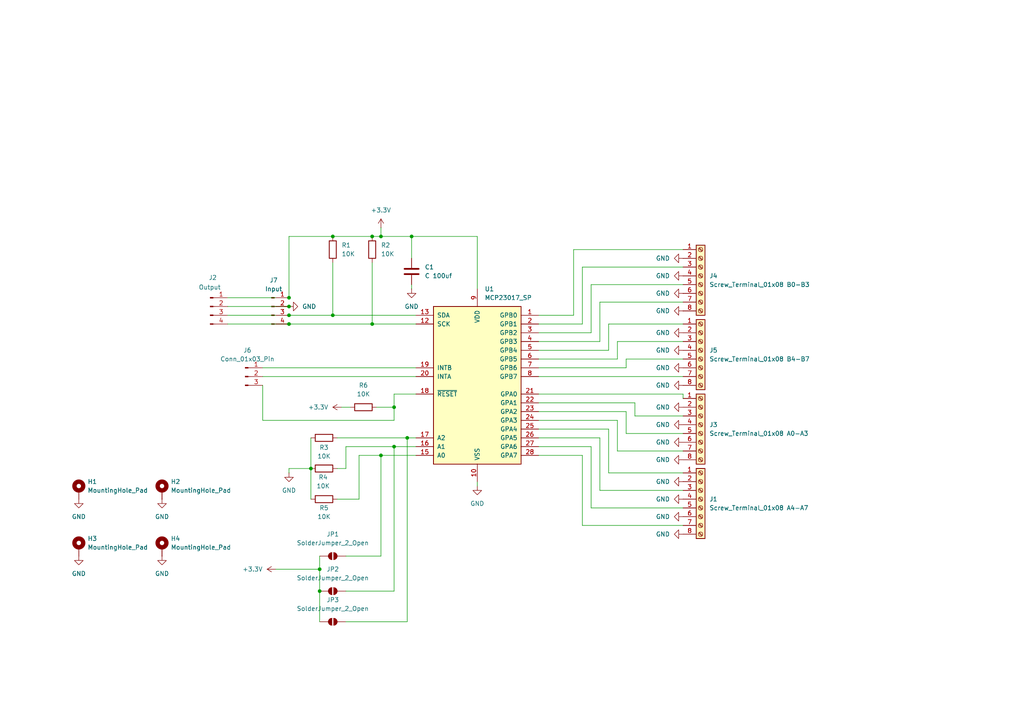
<source format=kicad_sch>
(kicad_sch (version 20250114) (generator "eeschema") (generator_version "9.0")
  (paper "A4")
  (title_block (title "MCP23017 Manual solder board") (date "2025-12-11") (rev "V2") (company "Teknikens Hus") (comment 1 "By Gustav Mårdestam"))
  (lib_symbols
    (symbol "Connector:Conn_01x03_Pin" (pin_names (offset 1.016) (hide yes))
      (property "Reference" "J" (at 0 5.08 0))
      (property "Value" "Conn_01x03_Pin" (at 0 -5.08 0))
      (symbol "Conn_01x03_Pin_1_1"
        (rectangle (start 0.8636 2.667) (end 0 2.413) (stroke (width 0.1524)) (fill (type outline)))
        (rectangle (start 0.8636 0.127) (end 0 -0.127) (stroke (width 0.1524)) (fill (type outline)))
        (rectangle (start 0.8636 -2.413) (end 0 -2.667) (stroke (width 0.1524)) (fill (type outline)))
        (polyline (pts (xy 1.27 2.54) (xy 0.8636 2.54)) (stroke (width 0.1524)))
        (polyline (pts (xy 1.27 0) (xy 0.8636 0)) (stroke (width 0.1524)))
        (polyline (pts (xy 1.27 -2.54) (xy 0.8636 -2.54)) (stroke (width 0.1524)))
        (pin passive line (at 5.08 2.54 180) (length 3.81) (name "Pin_1") (number "1"))
        (pin passive line (at 5.08 0 180) (length 3.81) (name "Pin_2") (number "2"))
        (pin passive line (at 5.08 -2.54 180) (length 3.81) (name "Pin_3") (number "3"))
      )
    )
    (symbol "Connector:Conn_01x04_Pin" (pin_names (offset 1.016) (hide yes))
      (property "Reference" "J" (at 0 5.08 0))
      (property "Value" "Conn_01x04_Pin" (at 0 -7.62 0))
      (symbol "Conn_01x04_Pin_1_1"
        (rectangle (start 0.8636 2.667) (end 0 2.413) (stroke (width 0.1524)) (fill (type outline)))
        (rectangle (start 0.8636 0.127) (end 0 -0.127) (stroke (width 0.1524)) (fill (type outline)))
        (rectangle (start 0.8636 -2.413) (end 0 -2.667) (stroke (width 0.1524)) (fill (type outline)))
        (rectangle (start 0.8636 -4.953) (end 0 -5.207) (stroke (width 0.1524)) (fill (type outline)))
        (polyline (pts (xy 1.27 2.54) (xy 0.8636 2.54)) (stroke (width 0.1524)))
        (polyline (pts (xy 1.27 0) (xy 0.8636 0)) (stroke (width 0.1524)))
        (polyline (pts (xy 1.27 -2.54) (xy 0.8636 -2.54)) (stroke (width 0.1524)))
        (polyline (pts (xy 1.27 -5.08) (xy 0.8636 -5.08)) (stroke (width 0.1524)))
        (pin passive line (at 5.08 2.54 180) (length 3.81) (name "Pin_1") (number "1"))
        (pin passive line (at 5.08 0 180) (length 3.81) (name "Pin_2") (number "2"))
        (pin passive line (at 5.08 -2.54 180) (length 3.81) (name "Pin_3") (number "3"))
        (pin passive line (at 5.08 -5.08 180) (length 3.81) (name "Pin_4") (number "4"))
      )
    )
    (symbol "Connector:Screw_Terminal_01x08" (pin_names (offset 1.016) (hide yes))
      (property "Reference" "J" (at 0 10.16 0))
      (property "Value" "Screw_Terminal_01x08" (at 0 -12.7 0))
      (symbol "Screw_Terminal_01x08_1_1"
        (rectangle (start -1.27 8.89) (end 1.27 -11.43) (stroke (width 0.254)) (fill (type background)))
        (polyline (pts (xy -0.5334 7.9502) (xy 0.3302 7.112)) (stroke (width 0.1524)))
        (polyline (pts (xy -0.5334 5.4102) (xy 0.3302 4.572)) (stroke (width 0.1524)))
        (polyline (pts (xy -0.5334 2.8702) (xy 0.3302 2.032)) (stroke (width 0.1524)))
        (polyline (pts (xy -0.5334 0.3302) (xy 0.3302 -0.508)) (stroke (width 0.1524)))
        (polyline (pts (xy -0.5334 -2.2098) (xy 0.3302 -3.048)) (stroke (width 0.1524)))
        (polyline (pts (xy -0.5334 -4.7498) (xy 0.3302 -5.588)) (stroke (width 0.1524)))
        (polyline (pts (xy -0.5334 -7.2898) (xy 0.3302 -8.128)) (stroke (width 0.1524)))
        (polyline (pts (xy -0.5334 -9.8298) (xy 0.3302 -10.668)) (stroke (width 0.1524)))
        (polyline (pts (xy -0.3556 8.128) (xy 0.508 7.2898)) (stroke (width 0.1524)))
        (polyline (pts (xy -0.3556 5.588) (xy 0.508 4.7498)) (stroke (width 0.1524)))
        (polyline (pts (xy -0.3556 3.048) (xy 0.508 2.2098)) (stroke (width 0.1524)))
        (polyline (pts (xy -0.3556 0.508) (xy 0.508 -0.3302)) (stroke (width 0.1524)))
        (polyline (pts (xy -0.3556 -2.032) (xy 0.508 -2.8702)) (stroke (width 0.1524)))
        (polyline (pts (xy -0.3556 -4.572) (xy 0.508 -5.4102)) (stroke (width 0.1524)))
        (polyline (pts (xy -0.3556 -7.112) (xy 0.508 -7.9502)) (stroke (width 0.1524)))
        (polyline (pts (xy -0.3556 -9.652) (xy 0.508 -10.4902)) (stroke (width 0.1524)))
        (circle (center 0 7.62) (radius 0.635) (stroke (width 0.1524)))
        (circle (center 0 5.08) (radius 0.635) (stroke (width 0.1524)))
        (circle (center 0 2.54) (radius 0.635) (stroke (width 0.1524)))
        (circle (center 0 0) (radius 0.635) (stroke (width 0.1524)))
        (circle (center 0 -2.54) (radius 0.635) (stroke (width 0.1524)))
        (circle (center 0 -5.08) (radius 0.635) (stroke (width 0.1524)))
        (circle (center 0 -7.62) (radius 0.635) (stroke (width 0.1524)))
        (circle (center 0 -10.16) (radius 0.635) (stroke (width 0.1524)))
        (pin passive line (at -5.08 7.62 0) (length 3.81) (name "Pin_1") (number "1"))
        (pin passive line (at -5.08 5.08 0) (length 3.81) (name "Pin_2") (number "2"))
        (pin passive line (at -5.08 2.54 0) (length 3.81) (name "Pin_3") (number "3"))
        (pin passive line (at -5.08 0 0) (length 3.81) (name "Pin_4") (number "4"))
        (pin passive line (at -5.08 -2.54 0) (length 3.81) (name "Pin_5") (number "5"))
        (pin passive line (at -5.08 -5.08 0) (length 3.81) (name "Pin_6") (number "6"))
        (pin passive line (at -5.08 -7.62 0) (length 3.81) (name "Pin_7") (number "7"))
        (pin passive line (at -5.08 -10.16 0) (length 3.81) (name "Pin_8") (number "8"))
      )
    )
    (symbol "Device:C" (pin_numbers (hide yes)) (pin_names (offset 0.254))
      (property "Reference" "C" (at 0.635 2.54 0))
      (property "Value" "C" (at 0.635 -2.54 0))
      (symbol "C_0_1"
        (polyline (pts (xy -2.032 0.762) (xy 2.032 0.762)) (stroke (width 0.508)))
        (polyline (pts (xy -2.032 -0.762) (xy 2.032 -0.762)) (stroke (width 0.508)))
      )
      (symbol "C_1_1"
        (pin passive line (at 0 3.81 270) (length 2.794) (name "~") (number "1"))
        (pin passive line (at 0 -3.81 90) (length 2.794) (name "~") (number "2"))
      )
    )
    (symbol "Device:R" (pin_numbers (hide yes)) (pin_names (offset 0))
      (property "Reference" "R" (at 2.032 0 90))
      (property "Value" "R" (at 0 0 90))
      (symbol "R_0_1"
        (rectangle (start -1.016 -2.54) (end 1.016 2.54) (stroke (width 0.254)))
      )
      (symbol "R_1_1"
        (pin passive line (at 0 3.81 270) (length 1.27) (name "~") (number "1"))
        (pin passive line (at 0 -3.81 90) (length 1.27) (name "~") (number "2"))
      )
    )
    (symbol "Interface_Expansion:MCP23017_SP" (pin_names (offset 1.016))
      (property "Reference" "U" (at -11.43 24.13 0))
      (property "Value" "MCP23017_SP" (at 0 0 0))
      (symbol "MCP23017_SP_0_1"
        (rectangle (start -12.7 22.86) (end 12.7 -22.86) (stroke (width 0.254)) (fill (type background)))
      )
      (symbol "MCP23017_SP_1_1"
        (pin bidirectional line (at -17.78 20.32 0) (length 5.08) (name "SDA") (number "13"))
        (pin input line (at -17.78 17.78 0) (length 5.08) (name "SCK") (number "12"))
        (pin tri_state line (at -17.78 5.08 0) (length 5.08) (name "INTB") (number "19"))
        (pin tri_state line (at -17.78 2.54 0) (length 5.08) (name "INTA") (number "20"))
        (pin input line (at -17.78 -2.54 0) (length 5.08) (name "~{RESET}") (number "18"))
        (pin input line (at -17.78 -15.24 0) (length 5.08) (name "A2") (number "17"))
        (pin input line (at -17.78 -17.78 0) (length 5.08) (name "A1") (number "16"))
        (pin input line (at -17.78 -20.32 0) (length 5.08) (name "A0") (number "15"))
        (pin no_connect line (at -12.7 15.24 0) (length 5.08) (hide yes) (name "NC") (number "11"))
        (pin no_connect line (at -12.7 12.7 0) (length 5.08) (hide yes) (name "NC") (number "14"))
        (pin power_in line (at 0 27.94 270) (length 5.08) (name "VDD") (number "9"))
        (pin power_in line (at 0 -27.94 90) (length 5.08) (name "VSS") (number "10"))
        (pin bidirectional line (at 17.78 20.32 180) (length 5.08) (name "GPB0") (number "1"))
        (pin bidirectional line (at 17.78 17.78 180) (length 5.08) (name "GPB1") (number "2"))
        (pin bidirectional line (at 17.78 15.24 180) (length 5.08) (name "GPB2") (number "3"))
        (pin bidirectional line (at 17.78 12.7 180) (length 5.08) (name "GPB3") (number "4"))
        (pin bidirectional line (at 17.78 10.16 180) (length 5.08) (name "GPB4") (number "5"))
        (pin bidirectional line (at 17.78 7.62 180) (length 5.08) (name "GPB5") (number "6"))
        (pin bidirectional line (at 17.78 5.08 180) (length 5.08) (name "GPB6") (number "7"))
        (pin output line (at 17.78 2.54 180) (length 5.08) (name "GPB7") (number "8"))
        (pin bidirectional line (at 17.78 -2.54 180) (length 5.08) (name "GPA0") (number "21"))
        (pin bidirectional line (at 17.78 -5.08 180) (length 5.08) (name "GPA1") (number "22"))
        (pin bidirectional line (at 17.78 -7.62 180) (length 5.08) (name "GPA2") (number "23"))
        (pin bidirectional line (at 17.78 -10.16 180) (length 5.08) (name "GPA3") (number "24"))
        (pin bidirectional line (at 17.78 -12.7 180) (length 5.08) (name "GPA4") (number "25"))
        (pin bidirectional line (at 17.78 -15.24 180) (length 5.08) (name "GPA5") (number "26"))
        (pin bidirectional line (at 17.78 -17.78 180) (length 5.08) (name "GPA6") (number "27"))
        (pin output line (at 17.78 -20.32 180) (length 5.08) (name "GPA7") (number "28"))
      )
    )
    (symbol "Jumper:SolderJumper_2_Open" (pin_numbers (hide yes)) (pin_names (offset 0) (hide yes)) (in_bom no)
      (property "Reference" "JP" (at 0 2.032 0))
      (property "Value" "SolderJumper_2_Open" (at 0 -2.54 0))
      (symbol "SolderJumper_2_Open_0_1"
        (polyline (pts (xy -0.254 1.016) (xy -0.254 -1.016)))
        (arc (start -0.254 -1.016) (mid -1.2656 0) (end -0.254 1.016))
        (arc (start -0.254 -1.016) (mid -1.2656 0) (end -0.254 1.016) (fill (type outline)))
        (arc (start 0.254 1.016) (mid 1.2656 0) (end 0.254 -1.016))
        (arc (start 0.254 1.016) (mid 1.2656 0) (end 0.254 -1.016) (fill (type outline)))
        (polyline (pts (xy 0.254 1.016) (xy 0.254 -1.016)))
      )
      (symbol "SolderJumper_2_Open_1_1"
        (pin passive line (at -3.81 0 0) (length 2.54) (name "A") (number "1"))
        (pin passive line (at 3.81 0 180) (length 2.54) (name "B") (number "2"))
      )
    )
    (symbol "Mechanical:MountingHole_Pad" (pin_numbers (hide yes)) (pin_names (offset 1.016) (hide yes)) (in_bom no)
      (property "Reference" "H" (at 0 6.35 0))
      (property "Value" "MountingHole_Pad" (at 0 4.445 0))
      (symbol "MountingHole_Pad_0_1"
        (circle (center 0 1.27) (radius 1.27) (stroke (width 1.27)))
      )
      (symbol "MountingHole_Pad_1_1"
        (pin input line (at 0 -2.54 90) (length 2.54) (name "1") (number "1"))
      )
    )
    (symbol "power:+3.3V" (power) (pin_numbers (hide yes)) (pin_names (offset 0) (hide yes))
      (property "Value" "+3.3V" (at 0 3.556 0))
      (symbol "+3.3V_0_1"
        (polyline (pts (xy -0.762 1.27) (xy 0 2.54)))
        (polyline (pts (xy 0 2.54) (xy 0.762 1.27)))
        (polyline (pts (xy 0 0) (xy 0 2.54)))
      )
      (symbol "+3.3V_1_1"
        (pin power_in line (at 0 0 90) (length 0) (name "~") (number "1"))
      )
    )
    (symbol "power:GND" (power) (pin_numbers (hide yes)) (pin_names (offset 0) (hide yes))
      (property "Value" "GND" (at 0 -3.81 0))
      (symbol "GND_0_1"
        (polyline (pts (xy 0 0) (xy 0 -1.27) (xy 1.27 -1.27) (xy 0 -2.54) (xy -1.27 -1.27) (xy 0 -1.27)))
      )
      (symbol "GND_1_1"
        (pin power_in line (at 0 0 270) (length 0) (name "~") (number "1"))
      )
    )
  )
  (junction (at 83.82 91.44))
  (junction (at 110.49 132.08))
  (junction (at 107.95 93.98))
  (junction (at 92.71 171.45))
  (junction (at 92.71 165.1))
  (junction (at 83.82 88.9))
  (junction (at 83.82 86.36))
  (junction (at 107.95 68.58))
  (junction (at 118.11 127))
  (junction (at 83.82 93.98))
  (junction (at 96.52 91.44))
  (junction (at 90.17 135.89))
  (junction (at 96.52 68.58))
  (junction (at 119.38 68.58))
  (junction (at 110.49 68.58))
  (junction (at 114.3 118.11))
  (junction (at 114.3 129.54))
  (wire (pts (xy 104.14 144.78) (xy 97.79 144.78)))
  (wire (pts (xy 66.04 86.36) (xy 83.82 86.36)))
  (wire (pts (xy 173.99 127) (xy 173.99 142.24)))
  (wire (pts (xy 114.3 118.11) (xy 114.3 114.3)))
  (wire (pts (xy 156.21 127) (xy 173.99 127)))
  (wire (pts (xy 97.79 135.89) (xy 100.33 135.89)))
  (wire (pts (xy 156.21 124.46) (xy 176.53 124.46)))
  (wire (pts (xy 173.99 142.24) (xy 198.12 142.24)))
  (wire (pts (xy 138.43 68.58) (xy 138.43 83.82)))
  (wire (pts (xy 168.91 152.4) (xy 198.12 152.4)))
  (wire (pts (xy 118.11 127) (xy 120.65 127)))
  (wire (pts (xy 114.3 171.45) (xy 114.3 129.54)))
  (wire (pts (xy 179.07 99.06) (xy 198.12 99.06)))
  (wire (pts (xy 173.99 87.63) (xy 198.12 87.63)))
  (wire (pts (xy 110.49 66.04) (xy 110.49 68.58)))
  (wire (pts (xy 104.14 132.08) (xy 110.49 132.08)))
  (wire (pts (xy 156.21 129.54) (xy 171.45 129.54)))
  (wire (pts (xy 76.2 106.68) (xy 120.65 106.68)))
  (wire (pts (xy 120.65 114.3) (xy 114.3 114.3)))
  (wire (pts (xy 181.61 119.38) (xy 181.61 125.73)))
  (wire (pts (xy 198.12 104.14) (xy 181.61 104.14)))
  (wire (pts (xy 90.17 127) (xy 90.17 135.89)))
  (wire (pts (xy 83.82 135.89) (xy 90.17 135.89)))
  (wire (pts (xy 104.14 132.08) (xy 104.14 144.78)))
  (wire (pts (xy 97.79 127) (xy 118.11 127)))
  (wire (pts (xy 179.07 104.14) (xy 179.07 99.06)))
  (wire (pts (xy 184.15 116.84) (xy 184.15 120.65)))
  (wire (pts (xy 92.71 165.1) (xy 92.71 171.45)))
  (wire (pts (xy 107.95 93.98) (xy 120.65 93.98)))
  (wire (pts (xy 76.2 111.76) (xy 76.2 121.92)))
  (wire (pts (xy 171.45 129.54) (xy 171.45 147.32)))
  (wire (pts (xy 107.95 68.58) (xy 110.49 68.58)))
  (wire (pts (xy 80.01 165.1) (xy 92.71 165.1)))
  (wire (pts (xy 166.37 91.44) (xy 166.37 72.39)))
  (wire (pts (xy 176.53 93.98) (xy 176.53 101.6)))
  (wire (pts (xy 176.53 101.6) (xy 156.21 101.6)))
  (wire (pts (xy 156.21 93.98) (xy 168.91 93.98)))
  (wire (pts (xy 171.45 96.52) (xy 171.45 82.55)))
  (wire (pts (xy 176.53 124.46) (xy 176.53 137.16)))
  (wire (pts (xy 156.21 132.08) (xy 168.91 132.08)))
  (wire (pts (xy 156.21 119.38) (xy 181.61 119.38)))
  (wire (pts (xy 100.33 171.45) (xy 114.3 171.45)))
  (wire (pts (xy 90.17 135.89) (xy 90.17 144.78)))
  (wire (pts (xy 181.61 104.14) (xy 181.61 106.68)))
  (wire (pts (xy 156.21 114.3) (xy 198.12 114.3)))
  (wire (pts (xy 83.82 93.98) (xy 107.95 93.98)))
  (wire (pts (xy 119.38 68.58) (xy 138.43 68.58)))
  (wire (pts (xy 156.21 116.84) (xy 184.15 116.84)))
  (wire (pts (xy 110.49 132.08) (xy 120.65 132.08)))
  (wire (pts (xy 156.21 109.22) (xy 198.12 109.22)))
  (wire (pts (xy 179.07 121.92) (xy 179.07 130.81)))
  (wire (pts (xy 156.21 121.92) (xy 179.07 121.92)))
  (wire (pts (xy 173.99 99.06) (xy 173.99 87.63)))
  (wire (pts (xy 171.45 147.32) (xy 198.12 147.32)))
  (wire (pts (xy 168.91 77.47) (xy 198.12 77.47)))
  (wire (pts (xy 100.33 180.34) (xy 118.11 180.34)))
  (wire (pts (xy 114.3 118.11) (xy 114.3 121.92)))
  (wire (pts (xy 83.82 86.36) (xy 83.82 68.58)))
  (wire (pts (xy 181.61 125.73) (xy 198.12 125.73)))
  (wire (pts (xy 76.2 109.22) (xy 120.65 109.22)))
  (wire (pts (xy 66.04 93.98) (xy 83.82 93.98)))
  (wire (pts (xy 166.37 72.39) (xy 198.12 72.39)))
  (wire (pts (xy 83.82 135.89) (xy 83.82 137.16)))
  (wire (pts (xy 156.21 96.52) (xy 171.45 96.52)))
  (wire (pts (xy 118.11 180.34) (xy 118.11 127)))
  (wire (pts (xy 66.04 88.9) (xy 83.82 88.9)))
  (wire (pts (xy 171.45 82.55) (xy 198.12 82.55)))
  (wire (pts (xy 66.04 91.44) (xy 83.82 91.44)))
  (wire (pts (xy 156.21 104.14) (xy 179.07 104.14)))
  (wire (pts (xy 96.52 91.44) (xy 120.65 91.44)))
  (wire (pts (xy 99.06 118.11) (xy 101.6 118.11)))
  (wire (pts (xy 168.91 93.98) (xy 168.91 77.47)))
  (wire (pts (xy 168.91 132.08) (xy 168.91 152.4)))
  (wire (pts (xy 156.21 99.06) (xy 173.99 99.06)))
  (wire (pts (xy 100.33 135.89) (xy 100.33 129.54)))
  (wire (pts (xy 92.71 161.29) (xy 92.71 165.1)))
  (wire (pts (xy 198.12 114.3) (xy 198.12 115.57)))
  (wire (pts (xy 156.21 91.44) (xy 166.37 91.44)))
  (wire (pts (xy 179.07 130.81) (xy 198.12 130.81)))
  (wire (pts (xy 138.43 140.97) (xy 138.43 139.7)))
  (wire (pts (xy 181.61 106.68) (xy 156.21 106.68)))
  (wire (pts (xy 110.49 68.58) (xy 119.38 68.58)))
  (wire (pts (xy 176.53 137.16) (xy 198.12 137.16)))
  (wire (pts (xy 184.15 120.65) (xy 198.12 120.65)))
  (wire (pts (xy 119.38 68.58) (xy 119.38 74.93)))
  (wire (pts (xy 96.52 76.2) (xy 96.52 91.44)))
  (wire (pts (xy 110.49 161.29) (xy 110.49 132.08)))
  (wire (pts (xy 83.82 91.44) (xy 96.52 91.44)))
  (wire (pts (xy 114.3 118.11) (xy 109.22 118.11)))
  (wire (pts (xy 100.33 161.29) (xy 110.49 161.29)))
  (wire (pts (xy 96.52 68.58) (xy 107.95 68.58)))
  (wire (pts (xy 92.71 171.45) (xy 92.71 180.34)))
  (wire (pts (xy 119.38 83.82) (xy 119.38 82.55)))
  (wire (pts (xy 100.33 129.54) (xy 114.3 129.54)))
  (wire (pts (xy 83.82 68.58) (xy 96.52 68.58)))
  (wire (pts (xy 114.3 121.92) (xy 76.2 121.92)))
  (wire (pts (xy 107.95 76.2) (xy 107.95 93.98)))
  (wire (pts (xy 198.12 93.98) (xy 176.53 93.98)))
  (wire (pts (xy 114.3 129.54) (xy 120.65 129.54)))
  (symbol (lib_id "Mechanical:MountingHole_Pad") (at 46.99 142.24 0) (unit 1) (in_bom no)
    (property "Reference" "H2" (at 49.53 139.6999 0) (effects (justify left)))
    (property "Value" "MountingHole_Pad" (at 49.53 142.2399 0) (effects (justify left)))
    (property "Footprint" "MountingHole:MountingHole_3.2mm_M3_DIN965_Pad" (effects (hide yes)))
    (property "Description" "Mounting Hole with connection" (effects (hide yes)))
  )
  (symbol (lib_id "Interface_Expansion:MCP23017_SP") (at 138.43 111.76 0) (unit 1)
    (property "Reference" "U1" (at 140.5733 83.82 0) (effects (justify left)))
    (property "Value" "MCP23017_SP" (at 140.5733 86.36 0) (effects (justify left)))
    (property "Footprint" "Package_DIP:DIP-28_W7.62mm" (effects (hide yes)))
    (property "Datasheet" "https://ww1.microchip.com/downloads/aemDocuments/documents/APID/ProductDocuments/DataSheets/MCP23017-Data-Sheet-DS20001952.pdf" (effects (hide yes)))
    (property "Description" "16-bit I/O expander, I2C, interrupts, w pull-ups, SPDIP-28" (effects (hide yes)))
  )
  (symbol (lib_id "power:GND") (at 198.12 74.93 270) (unit 1)
    (property "Reference" "#PWR04" (effects (hide yes)))
    (property "Value" "GND" (at 194.31 74.9299 90) (effects (justify right)))
    (property "Description" "Power symbol creates a global label with name \"GND\" , ground" (effects (hide yes)))
  )
  (symbol (lib_id "Connector:Screw_Terminal_01x08") (at 203.2 144.78 0) (unit 1)
    (property "Reference" "J1" (at 205.74 144.7799 0) (effects (justify left)))
    (property "Value" "Screw_Terminal_01x08 A4-A7" (at 205.74 147.3199 0) (effects (justify left)))
    (property "Footprint" "TerminalBlock:TerminalBlock_Xinya_XY308-2.54-8P_1x08_P2.54mm_Horizontal" (effects (hide yes)))
    (property "Description" "Generic screw terminal, single row, 01x08, script generated (kicad-library-utils/schlib/autogen/connector/)" (effects (hide yes)))
  )
  (symbol (lib_id "power:GND") (at 198.12 144.78 270) (unit 1)
    (property "Reference" "#PWR017" (effects (hide yes)))
    (property "Value" "GND" (at 194.31 144.7799 90) (effects (justify right)))
    (property "Description" "Power symbol creates a global label with name \"GND\" , ground" (effects (hide yes)))
  )
  (symbol (lib_id "power:GND") (at 138.43 140.97 0) (unit 1)
    (property "Reference" "#PWR02" (effects (hide yes)))
    (property "Value" "GND" (at 138.43 146.05 0))
    (property "Description" "Power symbol creates a global label with name \"GND\" , ground" (effects (hide yes)))
  )
  (symbol (lib_id "Device:R") (at 93.98 135.89 270) (unit 1)
    (property "Reference" "R4" (at 93.726 138.43 90))
    (property "Value" "10K" (at 93.726 140.97 90))
    (property "Footprint" "Resistor_SMD:R_0805_2012Metric_Pad1.20x1.40mm_HandSolder" (effects (hide yes)))
    (property "Description" "Resistor" (effects (hide yes)))
  )
  (symbol (lib_id "power:GND") (at 198.12 85.09 270) (unit 1)
    (property "Reference" "#PWR06" (effects (hide yes)))
    (property "Value" "GND" (at 194.31 85.0899 90) (effects (justify right)))
    (property "Description" "Power symbol creates a global label with name \"GND\" , ground" (effects (hide yes)))
  )
  (symbol (lib_id "Device:R") (at 93.98 144.78 270) (unit 1)
    (property "Reference" "R5" (at 93.98 147.32 90))
    (property "Value" "10K" (at 93.98 149.86 90))
    (property "Footprint" "Resistor_SMD:R_0805_2012Metric_Pad1.20x1.40mm_HandSolder" (effects (hide yes)))
    (property "Description" "Resistor" (effects (hide yes)))
  )
  (symbol (lib_id "power:+3.3V") (at 80.01 165.1 90) (unit 1)
    (property "Reference" "#PWR023" (effects (hide yes)))
    (property "Value" "+3.3V" (at 76.2 165.0999 90) (effects (justify left)))
    (property "Description" "Power symbol creates a global label with name \"+3.3V\"" (effects (hide yes)))
  )
  (symbol (lib_id "power:GND") (at 198.12 101.6 270) (unit 1)
    (property "Reference" "#PWR09" (effects (hide yes)))
    (property "Value" "GND" (at 194.31 101.5999 90) (effects (justify right)))
    (property "Description" "Power symbol creates a global label with name \"GND\" , ground" (effects (hide yes)))
  )
  (symbol (lib_id "power:GND") (at 198.12 123.19 270) (unit 1)
    (property "Reference" "#PWR013" (effects (hide yes)))
    (property "Value" "GND" (at 194.31 123.1899 90) (effects (justify right)))
    (property "Description" "Power symbol creates a global label with name \"GND\" , ground" (effects (hide yes)))
  )
  (symbol (lib_id "power:GND") (at 83.82 88.9 90) (unit 1)
    (property "Reference" "#PWR03" (effects (hide yes)))
    (property "Value" "GND" (at 87.63 88.8999 90) (effects (justify right)))
    (property "Description" "Power symbol creates a global label with name \"GND\" , ground" (effects (hide yes)))
  )
  (symbol (lib_id "power:GND") (at 198.12 139.7 270) (unit 1)
    (property "Reference" "#PWR016" (effects (hide yes)))
    (property "Value" "GND" (at 194.31 139.6999 90) (effects (justify right)))
    (property "Description" "Power symbol creates a global label with name \"GND\" , ground" (effects (hide yes)))
  )
  (symbol (lib_id "power:GND") (at 198.12 80.01 270) (unit 1)
    (property "Reference" "#PWR05" (effects (hide yes)))
    (property "Value" "GND" (at 194.31 80.0099 90) (effects (justify right)))
    (property "Description" "Power symbol creates a global label with name \"GND\" , ground" (effects (hide yes)))
  )
  (symbol (lib_id "Device:R") (at 105.41 118.11 270) (unit 1)
    (property "Reference" "R6" (at 105.41 111.76 90))
    (property "Value" "10K" (at 105.41 114.3 90))
    (property "Footprint" "Resistor_SMD:R_0805_2012Metric_Pad1.20x1.40mm_HandSolder" (effects (hide yes)))
    (property "Description" "Resistor" (effects (hide yes)))
  )
  (symbol (lib_id "Mechanical:MountingHole_Pad") (at 22.86 158.75 0) (unit 1) (in_bom no)
    (property "Reference" "H3" (at 25.4 156.2099 0) (effects (justify left)))
    (property "Value" "MountingHole_Pad" (at 25.4 158.7499 0) (effects (justify left)))
    (property "Footprint" "MountingHole:MountingHole_3.2mm_M3_DIN965_Pad" (effects (hide yes)))
    (property "Description" "Mounting Hole with connection" (effects (hide yes)))
  )
  (symbol (lib_id "Mechanical:MountingHole_Pad") (at 46.99 158.75 0) (unit 1) (in_bom no)
    (property "Reference" "H4" (at 49.53 156.2099 0) (effects (justify left)))
    (property "Value" "MountingHole_Pad" (at 49.53 158.7499 0) (effects (justify left)))
    (property "Footprint" "MountingHole:MountingHole_3.2mm_M3_DIN965_Pad" (effects (hide yes)))
    (property "Description" "Mounting Hole with connection" (effects (hide yes)))
  )
  (symbol (lib_id "Connector:Conn_01x04_Pin") (at 60.96 88.9 0) (unit 1)
    (property "Reference" "J2" (at 61.722 80.518 0))
    (property "Value" "Output" (at 60.833 83.312 0))
    (property "Footprint" "Connector_PinSocket_2.54mm:PinSocket_1x04_P2.54mm_Horizontal" (effects (hide yes)))
    (property "Description" "Generic connector, single row, 01x04, script generated" (effects (hide yes)))
  )
  (symbol (lib_id "power:GND") (at 198.12 149.86 270) (unit 1)
    (property "Reference" "#PWR018" (effects (hide yes)))
    (property "Value" "GND" (at 194.31 149.8599 90) (effects (justify right)))
    (property "Description" "Power symbol creates a global label with name \"GND\" , ground" (effects (hide yes)))
  )
  (symbol (lib_id "Connector:Screw_Terminal_01x08") (at 203.2 101.6 0) (unit 1)
    (property "Reference" "J5" (at 205.74 101.5999 0) (effects (justify left)))
    (property "Value" "Screw_Terminal_01x08 B4-B7" (at 205.74 104.1399 0) (effects (justify left)))
    (property "Footprint" "TerminalBlock:TerminalBlock_Xinya_XY308-2.54-8P_1x08_P2.54mm_Horizontal" (effects (hide yes)))
    (property "Description" "Generic screw terminal, single row, 01x08, script generated (kicad-library-utils/schlib/autogen/connector/)" (effects (hide yes)))
  )
  (symbol (lib_id "power:GND") (at 46.99 161.29 0) (unit 1)
    (property "Reference" "#PWR028" (effects (hide yes)))
    (property "Value" "GND" (at 46.99 166.37 0))
    (property "Description" "Power symbol creates a global label with name \"GND\" , ground" (effects (hide yes)))
  )
  (symbol (lib_id "Jumper:SolderJumper_2_Open") (at 96.52 171.45 0) (unit 1) (in_bom no)
    (property "Reference" "JP2" (at 96.52 165.1 0))
    (property "Value" "SolderJumper_2_Open" (at 96.52 167.64 0))
    (property "Footprint" "Jumper:SolderJumper-2_P1.3mm_Open_TrianglePad1.0x1.5mm" (effects (hide yes)))
    (property "Description" "Solder Jumper, 2-pole, open" (effects (hide yes)))
  )
  (symbol (lib_id "power:GND") (at 198.12 90.17 270) (unit 1)
    (property "Reference" "#PWR07" (effects (hide yes)))
    (property "Value" "GND" (at 194.31 90.1699 90) (effects (justify right)))
    (property "Description" "Power symbol creates a global label with name \"GND\" , ground" (effects (hide yes)))
  )
  (symbol (lib_id "Mechanical:MountingHole_Pad") (at 22.86 142.24 0) (unit 1) (in_bom no)
    (property "Reference" "H1" (at 25.4 139.6999 0) (effects (justify left)))
    (property "Value" "MountingHole_Pad" (at 25.4 142.2399 0) (effects (justify left)))
    (property "Footprint" "MountingHole:MountingHole_3.2mm_M3_DIN965_Pad" (effects (hide yes)))
    (property "Description" "Mounting Hole with connection" (effects (hide yes)))
  )
  (symbol (lib_id "Connector:Screw_Terminal_01x08") (at 203.2 123.19 0) (unit 1)
    (property "Reference" "J3" (at 205.74 123.1899 0) (effects (justify left)))
    (property "Value" "Screw_Terminal_01x08 A0-A3" (at 205.74 125.7299 0) (effects (justify left)))
    (property "Footprint" "TerminalBlock:TerminalBlock_Xinya_XY308-2.54-8P_1x08_P2.54mm_Horizontal" (effects (hide yes)))
    (property "Description" "Generic screw terminal, single row, 01x08, script generated (kicad-library-utils/schlib/autogen/connector/)" (effects (hide yes)))
  )
  (symbol (lib_id "power:GND") (at 198.12 133.35 270) (unit 1)
    (property "Reference" "#PWR015" (effects (hide yes)))
    (property "Value" "GND" (at 194.31 133.3499 90) (effects (justify right)))
    (property "Description" "Power symbol creates a global label with name \"GND\" , ground" (effects (hide yes)))
  )
  (symbol (lib_id "power:GND") (at 198.12 111.76 270) (unit 1)
    (property "Reference" "#PWR011" (effects (hide yes)))
    (property "Value" "GND" (at 194.31 111.7599 90) (effects (justify right)))
    (property "Description" "Power symbol creates a global label with name \"GND\" , ground" (effects (hide yes)))
  )
  (symbol (lib_id "Jumper:SolderJumper_2_Open") (at 96.52 161.29 0) (unit 1) (in_bom no)
    (property "Reference" "JP1" (at 96.52 154.94 0))
    (property "Value" "SolderJumper_2_Open" (at 96.52 157.48 0))
    (property "Footprint" "Jumper:SolderJumper-2_P1.3mm_Open_TrianglePad1.0x1.5mm" (effects (hide yes)))
    (property "Description" "Solder Jumper, 2-pole, open" (effects (hide yes)))
  )
  (symbol (lib_id "Connector:Screw_Terminal_01x08") (at 203.2 80.01 0) (unit 1)
    (property "Reference" "J4" (at 205.74 80.0099 0) (effects (justify left)))
    (property "Value" "Screw_Terminal_01x08 B0-B3" (at 205.74 82.5499 0) (effects (justify left)))
    (property "Footprint" "TerminalBlock:TerminalBlock_Xinya_XY308-2.54-8P_1x08_P2.54mm_Horizontal" (effects (hide yes)))
    (property "Description" "Generic screw terminal, single row, 01x08, script generated (kicad-library-utils/schlib/autogen/connector/)" (effects (hide yes)))
  )
  (symbol (lib_id "Connector:Conn_01x04_Pin") (at 78.74 88.9 0) (unit 1)
    (property "Reference" "J7" (at 79.375 81.28 0))
    (property "Value" "Input" (at 79.375 83.82 0))
    (property "Footprint" "Connector_PinHeader_2.54mm:PinHeader_1x04_P2.54mm_Horizontal" (effects (hide yes)))
    (property "Description" "Generic connector, single row, 01x04, script generated" (effects (hide yes)))
  )
  (symbol (lib_id "Device:R") (at 96.52 72.39 180) (unit 1)
    (property "Reference" "R1" (at 99.06 71.1199 0) (effects (justify right)))
    (property "Value" "10K" (at 99.06 73.6599 0) (effects (justify right)))
    (property "Footprint" "Resistor_SMD:R_0805_2012Metric_Pad1.20x1.40mm_HandSolder" (effects (hide yes)))
    (property "Description" "Resistor" (effects (hide yes)))
  )
  (symbol (lib_id "power:GND") (at 198.12 96.52 270) (unit 1)
    (property "Reference" "#PWR08" (effects (hide yes)))
    (property "Value" "GND" (at 194.31 96.5199 90) (effects (justify right)))
    (property "Description" "Power symbol creates a global label with name \"GND\" , ground" (effects (hide yes)))
  )
  (symbol (lib_id "Jumper:SolderJumper_2_Open") (at 96.52 180.34 0) (unit 1) (in_bom no)
    (property "Reference" "JP3" (at 96.52 173.99 0))
    (property "Value" "SolderJumper_2_Open" (at 96.52 176.53 0))
    (property "Footprint" "Jumper:SolderJumper-2_P1.3mm_Open_TrianglePad1.0x1.5mm" (effects (hide yes)))
    (property "Description" "Solder Jumper, 2-pole, open" (effects (hide yes)))
  )
  (symbol (lib_id "power:GND") (at 46.99 144.78 0) (unit 1)
    (property "Reference" "#PWR026" (effects (hide yes)))
    (property "Value" "GND" (at 46.99 149.86 0))
    (property "Description" "Power symbol creates a global label with name \"GND\" , ground" (effects (hide yes)))
  )
  (symbol (lib_id "Device:C") (at 119.38 78.74 0) (unit 1)
    (property "Reference" "C1" (at 123.19 77.4699 0) (effects (justify left)))
    (property "Value" "C 100uf" (at 123.19 80.0099 0) (effects (justify left)))
    (property "Footprint" "Capacitor_SMD:C_0805_2012Metric_Pad1.18x1.45mm_HandSolder" (effects (hide yes)))
    (property "Description" "Unpolarized capacitor" (effects (hide yes)))
  )
  (symbol (lib_id "power:+3.3V") (at 99.06 118.11 90) (unit 1)
    (property "Reference" "#PWR021" (effects (hide yes)))
    (property "Value" "+3.3V" (at 95.25 118.1099 90) (effects (justify left)))
    (property "Description" "Power symbol creates a global label with name \"+3.3V\"" (effects (hide yes)))
  )
  (symbol (lib_id "power:GND") (at 198.12 106.68 270) (unit 1)
    (property "Reference" "#PWR010" (effects (hide yes)))
    (property "Value" "GND" (at 194.31 106.6799 90) (effects (justify right)))
    (property "Description" "Power symbol creates a global label with name \"GND\" , ground" (effects (hide yes)))
  )
  (symbol (lib_id "power:GND") (at 198.12 118.11 270) (unit 1)
    (property "Reference" "#PWR012" (effects (hide yes)))
    (property "Value" "GND" (at 194.31 118.1099 90) (effects (justify right)))
    (property "Description" "Power symbol creates a global label with name \"GND\" , ground" (effects (hide yes)))
  )
  (symbol (lib_id "Device:R") (at 93.98 127 270) (unit 1)
    (property "Reference" "R3" (at 93.98 129.794 90))
    (property "Value" "10K" (at 93.98 132.334 90))
    (property "Footprint" "Resistor_SMD:R_0805_2012Metric_Pad1.20x1.40mm_HandSolder" (effects (hide yes)))
    (property "Description" "Resistor" (effects (hide yes)))
  )
  (symbol (lib_id "Connector:Conn_01x03_Pin") (at 71.12 109.22 0) (unit 1)
    (property "Reference" "J6" (at 71.755 101.6 0))
    (property "Value" "Conn_01x03_Pin" (at 71.755 104.14 0))
    (property "Footprint" "Connector_PinHeader_2.54mm:PinHeader_1x03_P2.54mm_Vertical" (effects (hide yes)))
    (property "Description" "Generic connector, single row, 01x03, script generated" (effects (hide yes)))
  )
  (symbol (lib_id "power:GND") (at 198.12 154.94 270) (unit 1)
    (property "Reference" "#PWR019" (effects (hide yes)))
    (property "Value" "GND" (at 194.31 154.9399 90) (effects (justify right)))
    (property "Description" "Power symbol creates a global label with name \"GND\" , ground" (effects (hide yes)))
  )
  (symbol (lib_id "power:GND") (at 198.12 128.27 270) (unit 1)
    (property "Reference" "#PWR014" (effects (hide yes)))
    (property "Value" "GND" (at 194.31 128.2699 90) (effects (justify right)))
    (property "Description" "Power symbol creates a global label with name \"GND\" , ground" (effects (hide yes)))
  )
  (symbol (lib_id "power:GND") (at 22.86 144.78 0) (unit 1)
    (property "Reference" "#PWR025" (effects (hide yes)))
    (property "Value" "GND" (at 22.86 149.86 0))
    (property "Description" "Power symbol creates a global label with name \"GND\" , ground" (effects (hide yes)))
  )
  (symbol (lib_id "power:GND") (at 83.82 137.16 0) (unit 1)
    (property "Reference" "#PWR022" (effects (hide yes)))
    (property "Value" "GND" (at 83.82 142.24 0))
    (property "Description" "Power symbol creates a global label with name \"GND\" , ground" (effects (hide yes)))
  )
  (symbol (lib_id "power:+3.3V") (at 110.49 66.04 0) (unit 1)
    (property "Reference" "#PWR020" (effects (hide yes)))
    (property "Value" "+3.3V" (at 110.49 60.96 0))
    (property "Description" "Power symbol creates a global label with name \"+3.3V\"" (effects (hide yes)))
  )
  (symbol (lib_id "Device:R") (at 107.95 72.39 180) (unit 1)
    (property "Reference" "R2" (at 110.49 71.1199 0) (effects (justify right)))
    (property "Value" "10K" (at 110.49 73.6599 0) (effects (justify right)))
    (property "Footprint" "Resistor_SMD:R_0805_2012Metric_Pad1.20x1.40mm_HandSolder" (effects (hide yes)))
    (property "Description" "Resistor" (effects (hide yes)))
  )
  (symbol (lib_id "power:GND") (at 22.86 161.29 0) (unit 1)
    (property "Reference" "#PWR027" (effects (hide yes)))
    (property "Value" "GND" (at 22.86 166.37 0))
    (property "Description" "Power symbol creates a global label with name \"GND\" , ground" (effects (hide yes)))
  )
  (symbol (lib_id "power:GND") (at 119.38 83.82 0) (unit 1)
    (property "Reference" "#PWR024" (effects (hide yes)))
    (property "Value" "GND" (at 119.38 88.9 0))
    (property "Description" "Power symbol creates a global label with name \"GND\" , ground" (effects (hide yes)))
  )
)
</source>
